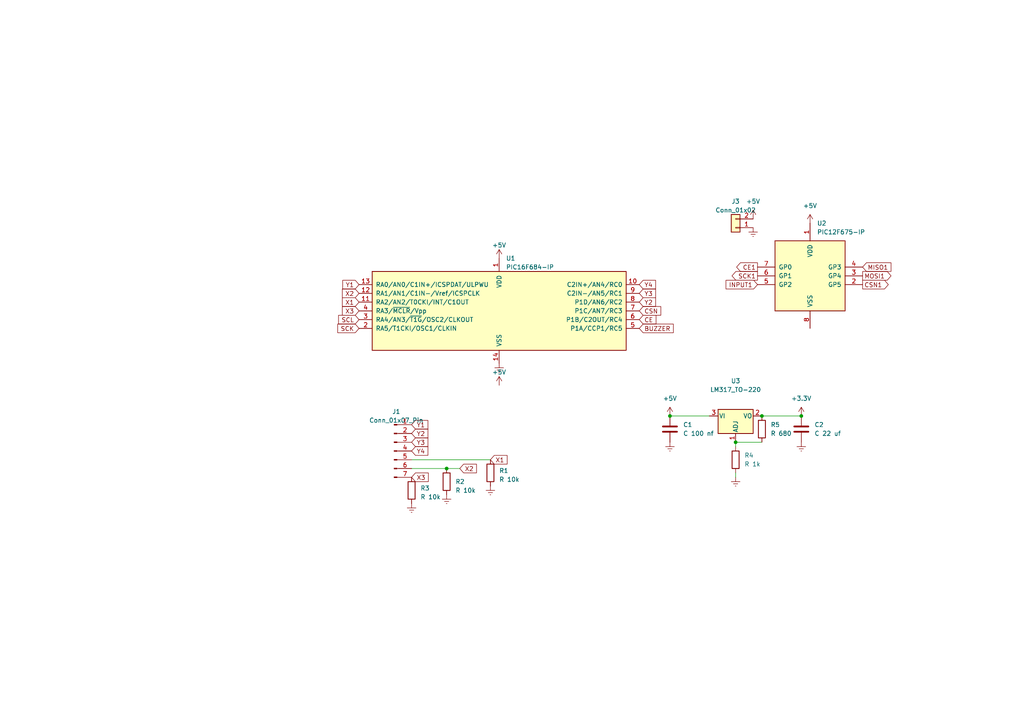
<source format=kicad_sch>
(kicad_sch (version 20230121) (generator eeschema)
  (paper "A4")
  (lib_symbols
    (symbol "00-OTG-Connectorer:Conn_01x02" (pin_names (offset 1.016) hide)
      (property "Reference" "J" (at 0 2.54 0))
      (property "Value" "Conn_01x02" (at 0 -5.08 0))
      (symbol "Conn_01x02_1_1"
        (rectangle (start -1.27 -2.413) (end 0 -2.667) (stroke (width 0.1524)))
        (rectangle (start -1.27 0.127) (end 0 -0.127) (stroke (width 0.1524)))
        (rectangle (start -1.27 1.27) (end 1.27 -3.81) (stroke (width 0.254)) (fill (type background)))
        (pin passive line (at -5.08 0 0) (length 3.81) (name "Pin_1") (number "1"))
        (pin passive line (at -5.08 -2.54 0) (length 3.81) (name "Pin_2") (number "2"))
      )
    )
    (symbol "Connector:Conn_01x07_Pin" (pin_names (offset 1.016) hide)
      (property "Reference" "J" (at 0 10.16 0))
      (property "Value" "Conn_01x07_Pin" (at 0 -10.16 0))
      (symbol "Conn_01x07_Pin_1_1"
        (polyline (pts (xy 1.27 -7.62) (xy 0.8636 -7.62)) (stroke (width 0.1524)))
        (polyline (pts (xy 1.27 -5.08) (xy 0.8636 -5.08)) (stroke (width 0.1524)))
        (polyline (pts (xy 1.27 -2.54) (xy 0.8636 -2.54)) (stroke (width 0.1524)))
        (polyline (pts (xy 1.27 0) (xy 0.8636 0)) (stroke (width 0.1524)))
        (polyline (pts (xy 1.27 2.54) (xy 0.8636 2.54)) (stroke (width 0.1524)))
        (polyline (pts (xy 1.27 5.08) (xy 0.8636 5.08)) (stroke (width 0.1524)))
        (polyline (pts (xy 1.27 7.62) (xy 0.8636 7.62)) (stroke (width 0.1524)))
        (rectangle (start 0.8636 -7.493) (end 0 -7.747) (stroke (width 0.1524)) (fill (type outline)))
        (rectangle (start 0.8636 -4.953) (end 0 -5.207) (stroke (width 0.1524)) (fill (type outline)))
        (rectangle (start 0.8636 -2.413) (end 0 -2.667) (stroke (width 0.1524)) (fill (type outline)))
        (rectangle (start 0.8636 0.127) (end 0 -0.127) (stroke (width 0.1524)) (fill (type outline)))
        (rectangle (start 0.8636 2.667) (end 0 2.413) (stroke (width 0.1524)) (fill (type outline)))
        (rectangle (start 0.8636 5.207) (end 0 4.953) (stroke (width 0.1524)) (fill (type outline)))
        (rectangle (start 0.8636 7.747) (end 0 7.493) (stroke (width 0.1524)) (fill (type outline)))
        (pin passive line (at 5.08 7.62 180) (length 3.81) (name "Pin_1") (number "1"))
        (pin passive line (at 5.08 5.08 180) (length 3.81) (name "Pin_2") (number "2"))
        (pin passive line (at 5.08 2.54 180) (length 3.81) (name "Pin_3") (number "3"))
        (pin passive line (at 5.08 0 180) (length 3.81) (name "Pin_4") (number "4"))
        (pin passive line (at 5.08 -2.54 180) (length 3.81) (name "Pin_5") (number "5"))
        (pin passive line (at 5.08 -5.08 180) (length 3.81) (name "Pin_6") (number "6"))
        (pin passive line (at 5.08 -7.62 180) (length 3.81) (name "Pin_7") (number "7"))
      )
    )
    (symbol "Device:C" (pin_numbers hide) (pin_names (offset 0.254))
      (property "Reference" "C" (at 0.635 2.54 0))
      (property "Value" "C" (at 0.635 -2.54 0))
      (symbol "C_0_1"
        (polyline (pts (xy -2.032 -0.762) (xy 2.032 -0.762)) (stroke (width 0.508)))
        (polyline (pts (xy -2.032 0.762) (xy 2.032 0.762)) (stroke (width 0.508)))
      )
      (symbol "C_1_1"
        (pin passive line (at 0 3.81 270) (length 2.794) (name "~") (number "1"))
        (pin passive line (at 0 -3.81 90) (length 2.794) (name "~") (number "2"))
      )
    )
    (symbol "Device:R" (pin_numbers hide) (pin_names (offset 0))
      (property "Reference" "R" (at 2.032 0 90))
      (property "Value" "R" (at 0 0 90))
      (symbol "R_0_1"
        (rectangle (start -1.016 -2.54) (end 1.016 2.54) (stroke (width 0.254)))
      )
      (symbol "R_1_1"
        (pin passive line (at 0 3.81 270) (length 1.27) (name "~") (number "1"))
        (pin passive line (at 0 -3.81 90) (length 1.27) (name "~") (number "2"))
      )
    )
    (symbol "MCU_Microchip_PIC12:PIC12F675-IP" (pin_names (offset 1.016))
      (property "Reference" "U" (at 1.27 13.97 0))
      (property "Value" "PIC12F675-IP" (at 1.27 11.43 0))
      (symbol "PIC12F675-IP_0_1"
        (rectangle (start 10.16 -10.16) (end -10.16 10.16) (stroke (width 0.254)) (fill (type background)))
      )
      (symbol "PIC12F675-IP_1_1"
        (pin power_in line (at 0 15.24 270) (length 5.08) (name "VDD") (number "1"))
        (pin bidirectional line (at 15.24 -2.54 180) (length 5.08) (name "GP5") (number "2"))
        (pin bidirectional line (at 15.24 0 180) (length 5.08) (name "GP4") (number "3"))
        (pin input line (at 15.24 2.54 180) (length 5.08) (name "GP3") (number "4"))
        (pin bidirectional line (at -15.24 -2.54 0) (length 5.08) (name "GP2") (number "5"))
        (pin bidirectional line (at -15.24 0 0) (length 5.08) (name "GP1") (number "6"))
        (pin bidirectional line (at -15.24 2.54 0) (length 5.08) (name "GP0") (number "7"))
        (pin power_in line (at 0 -15.24 90) (length 5.08) (name "VSS") (number "8"))
      )
    )
    (symbol "MCU_Microchip_PIC16:PIC16F684-IP" (pin_names (offset 1.016))
      (property "Reference" "U" (at -35.56 15.24 0))
      (property "Value" "PIC16F684-IP" (at -35.56 12.7 0))
      (symbol "PIC16F684-IP_0_1"
        (rectangle (start -36.83 11.43) (end 36.83 -11.43) (stroke (width 0.254)) (fill (type background)))
      )
      (symbol "PIC16F684-IP_1_1"
        (pin power_in line (at 0 15.24 270) (length 3.81) (name "VDD") (number "1"))
        (pin bidirectional line (at 40.64 7.62 180) (length 3.81) (name "C2IN+/AN4/RC0") (number "10"))
        (pin bidirectional line (at -40.64 2.54 0) (length 3.81) (name "RA2/AN2/T0CKI/INT/C1OUT") (number "11"))
        (pin bidirectional line (at -40.64 5.08 0) (length 3.81) (name "RA1/AN1/C1IN-/Vref/ICSPCLK") (number "12"))
        (pin bidirectional line (at -40.64 7.62 0) (length 3.81) (name "RA0/AN0/C1IN+/ICSPDAT/ULPWU") (number "13"))
        (pin power_in line (at 0 -15.24 90) (length 3.81) (name "VSS") (number "14"))
        (pin bidirectional line (at -40.64 -5.08 0) (length 3.81) (name "RA5/T1CKI/OSC1/CLKIN") (number "2"))
        (pin bidirectional line (at -40.64 -2.54 0) (length 3.81) (name "RA4/AN3/~{T1G}/OSC2/CLKOUT") (number "3"))
        (pin input line (at -40.64 0 0) (length 3.81) (name "RA3/~{MCLR}/Vpp") (number "4"))
        (pin bidirectional line (at 40.64 -5.08 180) (length 3.81) (name "P1A/CCP1/RC5") (number "5"))
        (pin bidirectional line (at 40.64 -2.54 180) (length 3.81) (name "P1B/C2OUT/RC4") (number "6"))
        (pin bidirectional line (at 40.64 0 180) (length 3.81) (name "P1C/AN7/RC3") (number "7"))
        (pin bidirectional line (at 40.64 2.54 180) (length 3.81) (name "P1D/AN6/RC2") (number "8"))
        (pin bidirectional line (at 40.64 5.08 180) (length 3.81) (name "C2IN-/AN5/RC1") (number "9"))
      )
    )
    (symbol "Regulator_Linear:LM317_TO-220" (pin_names (offset 0.254))
      (property "Reference" "U" (at -3.81 3.175 0))
      (property "Value" "LM317_TO-220" (at 0 3.175 0))
      (symbol "LM317_TO-220_0_1"
        (rectangle (start -5.08 1.905) (end 5.08 -5.08) (stroke (width 0.254)) (fill (type background)))
      )
      (symbol "LM317_TO-220_1_1"
        (pin input line (at 0 -7.62 90) (length 2.54) (name "ADJ") (number "1"))
        (pin power_out line (at 7.62 0 180) (length 2.54) (name "VO") (number "2"))
        (pin power_in line (at -7.62 0 0) (length 2.54) (name "VI") (number "3"))
      )
    )
    (symbol "power:+3.3V" (power) (pin_names (offset 0))
      (property "Value" "+3.3V" (at 0 3.556 0))
      (symbol "+3.3V_0_1"
        (polyline (pts (xy -0.762 1.27) (xy 0 2.54)))
        (polyline (pts (xy 0 0) (xy 0 2.54)))
        (polyline (pts (xy 0 2.54) (xy 0.762 1.27)))
      )
      (symbol "+3.3V_1_1"
        (pin power_in line (at 0 0 90) (length 0) hide (name "+3.3V") (number "1"))
      )
    )
    (symbol "power:+5V" (power) (pin_names (offset 0))
      (property "Value" "+5V" (at 0 3.556 0))
      (symbol "+5V_0_1"
        (polyline (pts (xy -0.762 1.27) (xy 0 2.54)))
        (polyline (pts (xy 0 0) (xy 0 2.54)))
        (polyline (pts (xy 0 2.54) (xy 0.762 1.27)))
      )
      (symbol "+5V_1_1"
        (pin power_in line (at 0 0 90) (length 0) hide (name "+5V") (number "1"))
      )
    )
    (symbol "power:Earth" (power) (pin_names (offset 0))
      (symbol "Earth_0_1"
        (polyline (pts (xy -0.635 -1.905) (xy 0.635 -1.905)))
        (polyline (pts (xy -0.127 -2.54) (xy 0.127 -2.54)))
        (polyline (pts (xy 0 -1.27) (xy 0 0)))
        (polyline (pts (xy 1.27 -1.27) (xy -1.27 -1.27)))
      )
      (symbol "Earth_1_1"
        (pin power_in line (at 0 0 270) (length 0) hide (name "Earth") (number "1"))
      )
    )
  )
  (junction (at 129.54 135.89))
  (junction (at 232.41 120.65))
  (junction (at 194.31 120.65))
  (junction (at 220.98 120.65))
  (junction (at 213.36 128.27))
  (wire (pts (xy 213.36 128.27) (xy 220.98 128.27)))
  (wire (pts (xy 194.31 120.65) (xy 205.74 120.65)))
  (wire (pts (xy 133.35 135.89) (xy 129.54 135.89)))
  (wire (pts (xy 213.36 137.16) (xy 213.36 138.43)))
  (wire (pts (xy 119.38 135.89) (xy 129.54 135.89)))
  (wire (pts (xy 220.98 120.65) (xy 232.41 120.65)))
  (wire (pts (xy 213.36 129.54) (xy 213.36 128.27)))
  (wire (pts (xy 142.24 133.35) (xy 119.38 133.35)))
  (global_label "Y4" (shape input) (at 119.38 130.81 0) (property "Intersheetrefs" "${INTERSHEET_REFS}" (effects hide)))
  (global_label "X1" (shape input) (at 142.24 133.35 0) (property "Intersheetrefs" "${INTERSHEET_REFS}" (effects hide)))
  (global_label "X2" (shape input) (at 104.14 85.09 180) (property "Intersheetrefs" "${INTERSHEET_REFS}" (effects hide)))
  (global_label "CSN1" (shape output) (at 250.19 82.55 0) (property "Intersheetrefs" "${INTERSHEET_REFS}" (effects hide)))
  (global_label "X2" (shape input) (at 133.35 135.89 0) (property "Intersheetrefs" "${INTERSHEET_REFS}" (effects hide)))
  (global_label "Y1" (shape input) (at 104.14 82.55 180) (property "Intersheetrefs" "${INTERSHEET_REFS}" (effects hide)))
  (global_label "Y3" (shape input) (at 119.38 128.27 0) (property "Intersheetrefs" "${INTERSHEET_REFS}" (effects hide)))
  (global_label "Y4" (shape input) (at 185.42 82.55 0) (property "Intersheetrefs" "${INTERSHEET_REFS}" (effects hide)))
  (global_label "MISO1" (shape input) (at 250.19 77.47 0) (property "Intersheetrefs" "${INTERSHEET_REFS}" (effects hide)))
  (global_label "BUZZER" (shape input) (at 185.42 95.25 0) (property "Intersheetrefs" "${INTERSHEET_REFS}" (effects hide)))
  (global_label "INPUT1" (shape input) (at 219.71 82.55 180) (property "Intersheetrefs" "${INTERSHEET_REFS}" (effects hide)))
  (global_label "X1" (shape input) (at 104.14 87.63 180) (property "Intersheetrefs" "${INTERSHEET_REFS}" (effects hide)))
  (global_label "CE1" (shape output) (at 219.71 77.47 180) (property "Intersheetrefs" "${INTERSHEET_REFS}" (effects hide)))
  (global_label "Y2" (shape input) (at 185.42 87.63 0) (property "Intersheetrefs" "${INTERSHEET_REFS}" (effects hide)))
  (global_label "SCK1" (shape output) (at 219.71 80.01 180) (property "Intersheetrefs" "${INTERSHEET_REFS}" (effects hide)))
  (global_label "CE" (shape input) (at 185.42 92.71 0) (property "Intersheetrefs" "${INTERSHEET_REFS}" (effects hide)))
  (global_label "SCL" (shape input) (at 104.14 92.71 180) (property "Intersheetrefs" "${INTERSHEET_REFS}" (effects hide)))
  (global_label "SCK" (shape input) (at 104.14 95.25 180) (property "Intersheetrefs" "${INTERSHEET_REFS}" (effects hide)))
  (global_label "Y3" (shape input) (at 185.42 85.09 0) (property "Intersheetrefs" "${INTERSHEET_REFS}" (effects hide)))
  (global_label "Y1" (shape input) (at 119.38 123.19 0) (property "Intersheetrefs" "${INTERSHEET_REFS}" (effects hide)))
  (global_label "MOSI1" (shape output) (at 250.19 80.01 0) (property "Intersheetrefs" "${INTERSHEET_REFS}" (effects hide)))
  (global_label "CSN" (shape input) (at 185.42 90.17 0) (property "Intersheetrefs" "${INTERSHEET_REFS}" (effects hide)))
  (global_label "X3" (shape input) (at 104.14 90.17 180) (property "Intersheetrefs" "${INTERSHEET_REFS}" (effects hide)))
  (global_label "Y2" (shape input) (at 119.38 125.73 0) (property "Intersheetrefs" "${INTERSHEET_REFS}" (effects hide)))
  (global_label "X3" (shape input) (at 119.38 138.43 0) (property "Intersheetrefs" "${INTERSHEET_REFS}" (effects hide)))
  (symbol (lib_id "power:+5V") (at 144.78 74.93 0) (unit 1)
    (property "Reference" "#PWR01" (effects hide))
    (property "Value" "+5V" (at 144.78 71.12 0))
  )
  (symbol (lib_id "power:+5V") (at 218.44 63.5 0) (unit 1)
    (property "Reference" "#PWR011" (effects hide))
    (property "Value" "+5V" (at 218.44 58.42 0))
  )
  (symbol (lib_id "Device:R") (at 142.24 137.16 0) (unit 1)
    (property "Reference" "R1" (at 144.78 136.525 0) (effects (justify left)))
    (property "Value" "R 10k" (at 144.78 139.065 0) (effects (justify left)))
  )
  (symbol (lib_id "Connector:Conn_01x07_Pin") (at 114.3 130.81 0) (unit 1)
    (property "Reference" "J1" (at 114.935 119.38 0))
    (property "Value" "Conn_01x07_Pin" (at 114.935 121.92 0))
  )
  (symbol (lib_id "Device:R") (at 213.36 133.35 0) (unit 1)
    (property "Reference" "R4" (at 215.9 132.0799 0) (effects (justify left)))
    (property "Value" "R 1k" (at 215.9 134.6199 0) (effects (justify left)))
    (property "Footprint" "footprints otg:R_lodret" (effects hide))
  )
  (symbol (lib_id "MCU_Microchip_PIC16:PIC16F684-IP") (at 144.78 90.17 0) (unit 1)
    (property "Reference" "U1" (at 146.7359 74.93 0) (effects (justify left)))
    (property "Value" "PIC16F684-IP" (at 146.7359 77.47 0) (effects (justify left)))
    (property "Datasheet" "http://ww1.microchip.com/downloads/en/DeviceDoc/41202F-print.pdf" (effects hide))
  )
  (symbol (lib_id "power:+5V") (at 194.31 120.65 0) (unit 1)
    (property "Reference" "#PWR09" (effects hide))
    (property "Value" "+5V" (at 194.31 115.57 0))
  )
  (symbol (lib_id "power:Earth") (at 144.78 105.41 0) (unit 1)
    (property "Reference" "#PWR02" (effects hide))
    (property "Value" "Earth" (effects hide))
  )
  (symbol (lib_id "MCU_Microchip_PIC12:PIC12F675-IP") (at 234.95 80.01 0) (unit 1)
    (property "Reference" "U2" (at 236.9694 64.77 0) (effects (justify left)))
    (property "Value" "PIC12F675-IP" (at 236.9694 67.31 0) (effects (justify left)))
    (property "Footprint" "footprints otg:DIP-8" (effects hide))
    (property "Datasheet" "http://ww1.microchip.com/downloads/en/DeviceDoc/41190G.pdf" (effects hide))
  )
  (symbol (lib_id "Device:C") (at 194.31 124.46 0) (unit 1)
    (property "Reference" "C1" (at 198.12 123.1899 0) (effects (justify left)))
    (property "Value" "C 100 nf" (at 198.12 125.7299 0) (effects (justify left)))
    (property "Footprint" "footprints otg:C_7.50mm" (effects hide))
  )
  (symbol (lib_id "power:Earth") (at 213.36 138.43 0) (unit 1)
    (property "Reference" "#PWR014" (effects hide))
    (property "Value" "Earth" (effects hide))
  )
  (symbol (lib_id "Device:C") (at 232.41 124.46 0) (unit 1)
    (property "Reference" "C2" (at 236.22 123.1899 0) (effects (justify left)))
    (property "Value" "C 22 uf" (at 236.22 125.7299 0) (effects (justify left)))
    (property "Footprint" "footprints otg:C_7.50mm" (effects hide))
  )
  (symbol (lib_id "Regulator_Linear:LM317_TO-220") (at 213.36 120.65 0) (unit 1)
    (property "Reference" "U3" (at 213.36 110.49 0))
    (property "Value" "LM317_TO-220" (at 213.36 113.03 0))
    (property "Footprint" "footprints otg:TO-220-lodret" (effects hide))
    (property "Datasheet" "http://www.ti.com/lit/ds/symlink/lm317.pdf" (effects hide))
  )
  (symbol (lib_id "power:Earth") (at 194.31 128.27 0) (unit 1)
    (property "Reference" "#PWR010" (effects hide))
    (property "Value" "Earth" (effects hide))
  )
  (symbol (lib_id "power:Earth") (at 129.54 143.51 0) (unit 1)
    (property "Reference" "#PWR03" (effects hide))
    (property "Value" "Earth" (effects hide))
  )
  (symbol (lib_id "power:+5V") (at 144.78 111.76 0) (unit 1)
    (property "Reference" "#PWR06" (effects hide))
    (property "Value" "+5V" (at 144.78 107.95 0))
  )
  (symbol (lib_id "power:+3.3V") (at 232.41 120.65 0) (unit 1)
    (property "Reference" "#PWR015" (effects hide))
    (property "Value" "+3.3V" (at 232.41 115.57 0))
  )
  (symbol (lib_id "power:Earth") (at 142.24 140.97 0) (unit 1)
    (property "Reference" "#PWR04" (effects hide))
    (property "Value" "Earth" (effects hide))
  )
  (symbol (lib_id "power:+5V") (at 234.95 64.77 0) (unit 1)
    (property "Reference" "#PWR013" (effects hide))
    (property "Value" "+5V" (at 234.95 59.69 0))
  )
  (symbol (lib_id "Device:R") (at 220.98 124.46 0) (unit 1)
    (property "Reference" "R5" (at 223.52 123.1899 0) (effects (justify left)))
    (property "Value" "R 680" (at 223.52 125.7299 0) (effects (justify left)))
    (property "Footprint" "footprints otg:R_lodret" (effects hide))
  )
  (symbol (lib_id "Device:R") (at 129.54 139.7 0) (unit 1)
    (property "Reference" "R2" (at 132.08 139.7 0) (effects (justify left)))
    (property "Value" "R 10k" (at 132.08 142.24 0) (effects (justify left)))
  )
  (symbol (lib_id "power:Earth") (at 218.44 66.04 0) (unit 1)
    (property "Reference" "#PWR012" (effects hide))
    (property "Value" "Earth" (effects hide))
  )
  (symbol (lib_id "Device:R") (at 119.38 142.24 0) (unit 1)
    (property "Reference" "R3" (at 121.92 141.605 0) (effects (justify left)))
    (property "Value" "R 10k" (at 121.92 144.145 0) (effects (justify left)))
  )
  (symbol (lib_id "power:Earth") (at 119.38 146.05 0) (unit 1)
    (property "Reference" "#PWR05" (effects hide))
    (property "Value" "Earth" (effects hide))
  )
  (symbol (lib_id "00-OTG-Connectorer:Conn_01x02") (at 213.36 66.04 180) (unit 1)
    (property "Reference" "J3" (at 213.36 58.42 0))
    (property "Value" "Conn_01x02" (at 213.36 60.96 0))
    (property "Footprint" "footprints otg:1x02" (effects hide))
  )
  (symbol (lib_id "power:Earth") (at 232.41 128.27 0) (unit 1)
    (property "Reference" "#PWR016" (effects hide))
    (property "Value" "Earth" (effects hide))
  )
)
</source>
